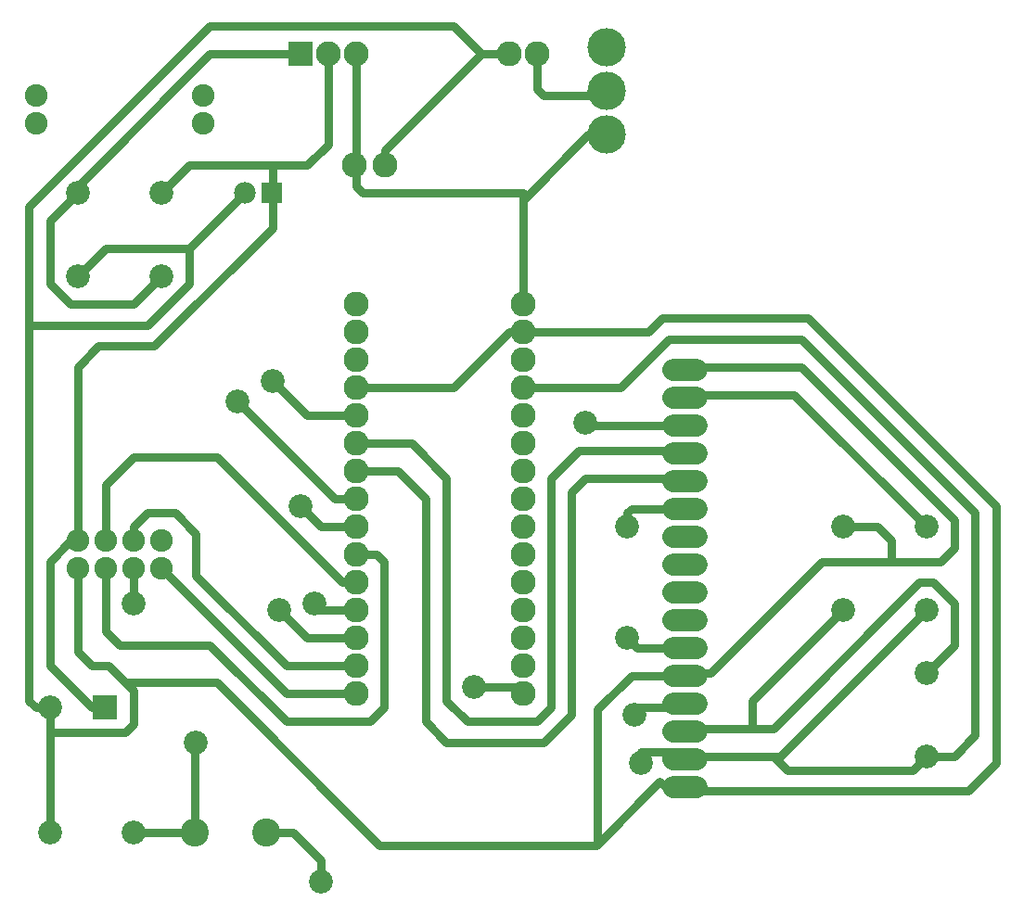
<source format=gbr>
G04 EAGLE Gerber RS-274X export*
G75*
%MOMM*%
%FSLAX34Y34*%
%LPD*%
%INBottom Copper*%
%IPPOS*%
%AMOC8*
5,1,8,0,0,1.08239X$1,22.5*%
G01*
%ADD10C,2.286000*%
%ADD11R,1.970000X1.970000*%
%ADD12C,1.970000*%
%ADD13C,2.170000*%
%ADD14R,2.170000X2.170000*%
%ADD15C,2.070000*%
%ADD16C,3.500000*%
%ADD17R,2.270000X2.270000*%
%ADD18C,2.270000*%
%ADD19C,2.070000*%
%ADD20C,2.570000*%
%ADD21C,0.762000*%


D10*
X341630Y711200D03*
X369570Y711200D03*
D11*
X266500Y685800D03*
D12*
X241500Y685800D03*
D13*
X63900Y215900D03*
D14*
X113900Y215900D03*
D10*
X342900Y406400D03*
X342900Y431800D03*
X342900Y457200D03*
X342900Y482600D03*
X342900Y508000D03*
X342900Y533400D03*
X342900Y381000D03*
X342900Y355600D03*
X342900Y330200D03*
X342900Y304800D03*
X342900Y279400D03*
X342900Y254000D03*
X342900Y228600D03*
X342900Y558800D03*
X342900Y584200D03*
X495300Y406400D03*
X495300Y381000D03*
X495300Y355600D03*
X495300Y330200D03*
X495300Y304800D03*
X495300Y279400D03*
X495300Y431800D03*
X495300Y457200D03*
X495300Y482600D03*
X495300Y508000D03*
X495300Y533400D03*
X495300Y558800D03*
X495300Y584200D03*
X495300Y254000D03*
X495300Y228600D03*
X508000Y812800D03*
X482600Y812800D03*
D13*
X88900Y685800D03*
X165100Y685800D03*
X88900Y609600D03*
X165100Y609600D03*
D15*
X88900Y342900D03*
X114300Y342900D03*
X139700Y342900D03*
X165100Y342900D03*
X88900Y368300D03*
X114300Y368300D03*
X139700Y368300D03*
X165100Y368300D03*
X203200Y749300D03*
X203200Y774700D03*
X50800Y774700D03*
X50800Y749300D03*
D16*
X571500Y819150D03*
X571500Y779150D03*
X571500Y739150D03*
D17*
X292100Y812800D03*
D18*
X317500Y812800D03*
X342900Y812800D03*
D19*
X632950Y143500D02*
X653650Y143500D01*
X653650Y168900D02*
X632950Y168900D01*
X632950Y194300D02*
X653650Y194300D01*
X653650Y219700D02*
X632950Y219700D01*
X632950Y245100D02*
X653650Y245100D01*
X653650Y270500D02*
X632950Y270500D01*
X632950Y295900D02*
X653650Y295900D01*
X653650Y321300D02*
X632950Y321300D01*
X632950Y346700D02*
X653650Y346700D01*
X653650Y372100D02*
X632950Y372100D01*
X632950Y397500D02*
X653650Y397500D01*
X653650Y422900D02*
X632950Y422900D01*
X632950Y448300D02*
X653650Y448300D01*
X653650Y473700D02*
X632950Y473700D01*
X632950Y499100D02*
X653650Y499100D01*
X653650Y524500D02*
X632950Y524500D01*
D13*
X863600Y171450D03*
X863600Y247650D03*
X863600Y304800D03*
X863600Y381000D03*
D20*
X261100Y101600D03*
X196100Y101600D03*
D13*
X139700Y101600D03*
X63500Y101600D03*
X787400Y304800D03*
X787400Y381000D03*
D21*
X369570Y725170D02*
X457200Y812800D01*
X369570Y725170D02*
X369570Y711200D01*
X457200Y812800D02*
X482600Y812800D01*
X241300Y685800D02*
X190500Y635000D01*
X114300Y635000D01*
X88900Y609600D01*
X241300Y685800D02*
X241500Y685800D01*
X431800Y838200D02*
X457200Y812800D01*
X431800Y838200D02*
X209550Y838200D01*
X44450Y673100D01*
X44450Y565150D01*
X152400Y565150D01*
X190500Y603250D01*
X190500Y635000D01*
X342900Y508000D02*
X431800Y508000D01*
X482600Y558800D01*
X495300Y558800D01*
X116840Y254000D02*
X101600Y254000D01*
X88900Y266700D01*
X88900Y342900D01*
X69850Y215900D02*
X63900Y215900D01*
X622300Y146050D02*
X641350Y146050D01*
X622300Y146050D02*
X620395Y147955D01*
X641350Y146050D02*
X643300Y143500D01*
X647700Y527050D02*
X749300Y527050D01*
X889000Y387350D01*
X831850Y349250D02*
X768350Y349250D01*
X831850Y349250D02*
X876300Y349250D01*
X889000Y361950D01*
X889000Y387350D01*
X768350Y349250D02*
X666750Y247650D01*
X647700Y247650D01*
X643300Y524500D02*
X647700Y527050D01*
X647700Y247650D02*
X643300Y245100D01*
X609600Y558800D02*
X495300Y558800D01*
X609600Y558800D02*
X622300Y571500D01*
X755650Y571500D01*
X927100Y400050D01*
X901700Y139700D02*
X647700Y139700D01*
X901700Y139700D02*
X927100Y165100D01*
X927100Y400050D01*
X647700Y139700D02*
X643300Y143500D01*
X63500Y215900D02*
X50800Y215900D01*
X44450Y222250D01*
X44450Y565150D01*
X63500Y215900D02*
X63500Y193040D01*
X63500Y101600D01*
X63500Y215900D02*
X63900Y215900D01*
X132080Y238760D02*
X139700Y231140D01*
X132080Y238760D02*
X116840Y254000D01*
X139700Y231140D02*
X139700Y200660D01*
X132080Y193040D01*
X63500Y193040D01*
X132080Y238760D02*
X215900Y238760D01*
X364490Y90170D01*
X562610Y90170D01*
X563245Y90805D01*
X620395Y147955D01*
X643300Y245100D02*
X594350Y245100D01*
X563245Y213995D02*
X563245Y90805D01*
X563245Y213995D02*
X594350Y245100D01*
X787400Y381000D02*
X819150Y381000D01*
X831850Y368300D01*
X831850Y349250D01*
X209550Y273050D02*
X127000Y273050D01*
X114300Y285750D01*
X114300Y342900D01*
X209550Y273050D02*
X279400Y203200D01*
X355600Y203200D01*
X368300Y215900D01*
X361950Y355600D02*
X342900Y355600D01*
X361950Y355600D02*
X368300Y349250D01*
X368300Y215900D01*
X139700Y311150D02*
X139700Y342900D01*
D13*
X139700Y311150D03*
X450850Y234950D03*
D21*
X488950Y234950D02*
X495300Y228600D01*
X488950Y234950D02*
X450850Y234950D01*
X152400Y393700D02*
X139700Y381000D01*
X139700Y368300D01*
X196850Y336550D02*
X279400Y254000D01*
X196850Y336550D02*
X196850Y374650D01*
X177800Y393700D01*
X279400Y254000D02*
X342900Y254000D01*
X177800Y393700D02*
X152400Y393700D01*
X165100Y342900D02*
X279400Y228600D01*
X342900Y228600D01*
X567050Y774700D02*
X571500Y779150D01*
X567050Y774700D02*
X514350Y774700D01*
X508000Y781050D01*
X508000Y812800D01*
X342900Y812800D02*
X342900Y711200D01*
X495300Y685800D02*
X495300Y679450D01*
X495300Y584200D01*
X555000Y739150D02*
X571500Y739150D01*
X555000Y739150D02*
X495300Y679450D01*
X495300Y685800D02*
X349250Y685800D01*
X342900Y692150D01*
X342900Y711200D01*
X341630Y711200D01*
X209550Y812800D02*
X88900Y692150D01*
X88900Y685800D01*
X209550Y812800D02*
X292100Y812800D01*
X165100Y609600D02*
X139700Y584200D01*
X82550Y584200D01*
X63500Y603250D01*
X63500Y660400D01*
X88900Y685800D01*
X88900Y368300D02*
X82550Y368300D01*
X63500Y349250D01*
X63500Y254000D01*
X101600Y215900D01*
X113900Y215900D01*
X266700Y685800D02*
X266700Y711200D01*
X190500Y711200D01*
X165100Y685800D01*
X266700Y711200D02*
X298450Y711200D01*
X317500Y730250D01*
X317500Y812800D01*
X158750Y546100D02*
X107950Y546100D01*
X88900Y527050D01*
X88900Y368300D01*
X158750Y546100D02*
X266700Y654050D01*
X266700Y685800D01*
X266500Y685800D01*
X114300Y419100D02*
X114300Y368300D01*
X114300Y419100D02*
X139700Y444500D01*
X215900Y444500D01*
X330200Y330200D02*
X342900Y330200D01*
X330200Y330200D02*
X215900Y444500D01*
X323850Y406400D02*
X342900Y406400D01*
X323850Y406400D02*
X234950Y495300D01*
X594350Y397500D02*
X643300Y397500D01*
X594350Y397500D02*
X590550Y393700D01*
X590550Y381000D01*
D13*
X590550Y381000D03*
X234950Y495300D03*
D21*
X640750Y425450D02*
X643300Y422900D01*
X539750Y412750D02*
X539750Y209550D01*
X539750Y412750D02*
X552450Y425450D01*
X640750Y425450D01*
X539750Y209550D02*
X514350Y184150D01*
X425450Y184150D01*
X406400Y203200D01*
X381000Y431800D02*
X342900Y431800D01*
X381000Y431800D02*
X406400Y406400D01*
X406400Y203200D01*
X546100Y450850D02*
X641350Y450850D01*
X546100Y450850D02*
X520700Y425450D01*
X520700Y215900D01*
X508000Y203200D01*
X444500Y203200D01*
X425450Y222250D01*
X393700Y457200D02*
X342900Y457200D01*
X393700Y457200D02*
X425450Y425450D01*
X425450Y222250D01*
X643300Y448300D02*
X641350Y450850D01*
X643300Y473700D02*
X555000Y473700D01*
X552450Y476250D01*
D13*
X552450Y476250D03*
D21*
X342900Y482600D02*
X298450Y482600D01*
X266700Y514350D01*
D13*
X266700Y514350D03*
D21*
X647700Y501650D02*
X742950Y501650D01*
X863600Y381000D01*
X647700Y501650D02*
X643300Y499100D01*
X704850Y196850D02*
X723900Y196850D01*
X704850Y196850D02*
X647700Y196850D01*
X723900Y196850D02*
X857250Y330200D01*
X869950Y330200D01*
X889000Y311150D01*
X889000Y273050D02*
X863600Y247650D01*
X889000Y273050D02*
X889000Y311150D01*
X647700Y196850D02*
X643300Y194300D01*
X704850Y196850D02*
X704850Y222250D01*
X787400Y304800D01*
X863600Y171450D02*
X850900Y158750D01*
X730250Y171450D02*
X723900Y171450D01*
X647700Y171450D01*
X643300Y168900D01*
X730250Y171450D02*
X863600Y304800D01*
X584200Y508000D02*
X495300Y508000D01*
X584200Y508000D02*
X628650Y552450D01*
X749300Y552450D01*
X908050Y393700D01*
X889000Y171450D02*
X863600Y171450D01*
X889000Y171450D02*
X908050Y190500D01*
X908050Y393700D01*
X285750Y101600D02*
X261100Y101600D01*
X285750Y101600D02*
X311150Y76200D01*
X311150Y57150D01*
X636950Y175250D02*
X643300Y168900D01*
X636950Y175250D02*
X603250Y175250D01*
X603250Y165100D01*
D13*
X311150Y57150D03*
X603250Y165100D03*
D21*
X723900Y171450D02*
X736600Y158750D01*
X850900Y158750D01*
X196100Y101600D02*
X190500Y99060D01*
X196100Y101600D02*
X139700Y101600D01*
X196100Y101600D02*
X196100Y183400D01*
X196850Y184150D01*
D13*
X196850Y184150D03*
X292100Y400050D03*
D21*
X311150Y381000D02*
X342900Y381000D01*
X311150Y381000D02*
X292100Y400050D01*
X639680Y216080D02*
X643300Y219700D01*
X639680Y216080D02*
X623928Y216080D01*
X623748Y215900D01*
X603250Y215900D01*
X596900Y209550D01*
X342900Y279400D02*
X298450Y279400D01*
X273050Y304800D01*
D13*
X273050Y304800D03*
X596900Y209550D03*
D21*
X599450Y270500D02*
X643300Y270500D01*
X599450Y270500D02*
X590550Y279400D01*
X342900Y304800D02*
X311150Y304800D01*
X304800Y311150D01*
D13*
X304800Y311150D03*
X590550Y279400D03*
M02*

</source>
